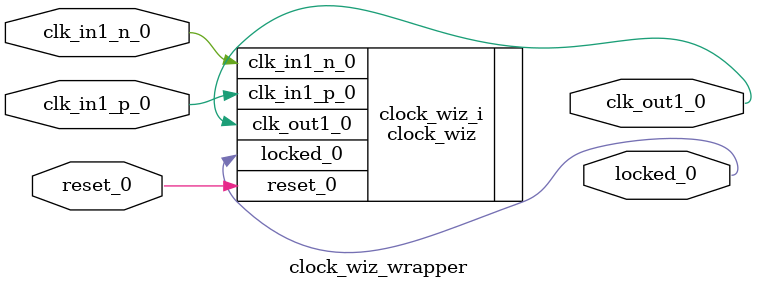
<source format=v>
`timescale 1 ps / 1 ps

module clock_wiz_wrapper
   (clk_in1_n_0,
    clk_in1_p_0,
    clk_out1_0,
    locked_0,
    reset_0);
  input clk_in1_n_0;
  input clk_in1_p_0;
  output clk_out1_0;
  output locked_0;
  input reset_0;

  wire clk_in1_n_0;
  wire clk_in1_p_0;
  wire clk_out1_0;
  wire locked_0;
  wire reset_0;

  clock_wiz clock_wiz_i
       (.clk_in1_n_0(clk_in1_n_0),
        .clk_in1_p_0(clk_in1_p_0),
        .clk_out1_0(clk_out1_0),
        .locked_0(locked_0),
        .reset_0(reset_0));
endmodule

</source>
